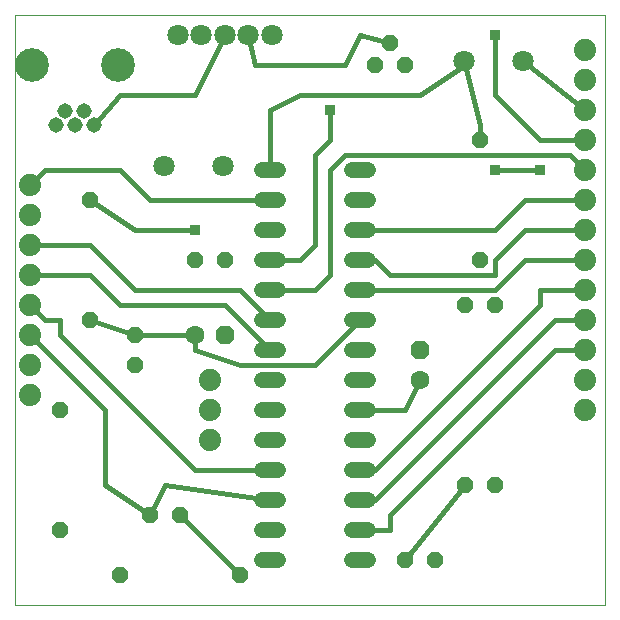
<source format=gtl>
G75*
%MOIN*%
%OFA0B0*%
%FSLAX25Y25*%
%IPPOS*%
%LPD*%
%AMOC8*
5,1,8,0,0,1.08239X$1,22.5*
%
%ADD10C,0.00000*%
%ADD11OC8,0.05200*%
%ADD12C,0.06300*%
%ADD13OC8,0.06300*%
%ADD14C,0.05200*%
%ADD15C,0.05150*%
%ADD16C,0.11220*%
%ADD17C,0.07400*%
%ADD18C,0.07087*%
%ADD19C,0.01600*%
%ADD20R,0.03562X0.03562*%
D10*
X0001800Y0001800D02*
X0001800Y0198650D01*
X0198650Y0198650D01*
X0198650Y0001800D01*
X0001800Y0001800D01*
D11*
X0016800Y0026800D03*
X0036800Y0011800D03*
X0046800Y0031800D03*
X0056800Y0031800D03*
X0076800Y0011800D03*
X0131800Y0016800D03*
X0141800Y0016800D03*
X0151800Y0041800D03*
X0161800Y0041800D03*
X0161800Y0101800D03*
X0151800Y0101800D03*
X0156800Y0116800D03*
X0156800Y0156800D03*
X0131800Y0181800D03*
X0126800Y0189300D03*
X0121800Y0181800D03*
X0071800Y0116800D03*
X0061800Y0116800D03*
X0041800Y0091800D03*
X0041800Y0081800D03*
X0026800Y0096800D03*
X0016800Y0066800D03*
X0026800Y0136800D03*
D12*
X0061800Y0091800D03*
X0136800Y0076800D03*
D13*
X0136800Y0086800D03*
X0071800Y0091800D03*
D14*
X0084200Y0086800D02*
X0089400Y0086800D01*
X0089400Y0076800D02*
X0084200Y0076800D01*
X0084200Y0066800D02*
X0089400Y0066800D01*
X0089400Y0056800D02*
X0084200Y0056800D01*
X0084200Y0046800D02*
X0089400Y0046800D01*
X0089400Y0036800D02*
X0084200Y0036800D01*
X0084200Y0026800D02*
X0089400Y0026800D01*
X0089400Y0016800D02*
X0084200Y0016800D01*
X0114200Y0016800D02*
X0119400Y0016800D01*
X0119400Y0026800D02*
X0114200Y0026800D01*
X0114200Y0036800D02*
X0119400Y0036800D01*
X0119400Y0046800D02*
X0114200Y0046800D01*
X0114200Y0056800D02*
X0119400Y0056800D01*
X0119400Y0066800D02*
X0114200Y0066800D01*
X0114200Y0076800D02*
X0119400Y0076800D01*
X0119400Y0086800D02*
X0114200Y0086800D01*
X0114200Y0096800D02*
X0119400Y0096800D01*
X0119400Y0106800D02*
X0114200Y0106800D01*
X0114200Y0116800D02*
X0119400Y0116800D01*
X0119400Y0126800D02*
X0114200Y0126800D01*
X0114200Y0136800D02*
X0119400Y0136800D01*
X0119400Y0146800D02*
X0114200Y0146800D01*
X0089400Y0146800D02*
X0084200Y0146800D01*
X0084200Y0136800D02*
X0089400Y0136800D01*
X0089400Y0126800D02*
X0084200Y0126800D01*
X0084200Y0116800D02*
X0089400Y0116800D01*
X0089400Y0106800D02*
X0084200Y0106800D01*
X0084200Y0096800D02*
X0089400Y0096800D01*
D15*
X0028099Y0161721D03*
X0024950Y0166446D03*
X0021800Y0161721D03*
X0018650Y0166446D03*
X0015501Y0161721D03*
D16*
X0007430Y0181800D03*
X0036170Y0181800D03*
D17*
X0006800Y0141800D03*
X0006800Y0131800D03*
X0006800Y0121800D03*
X0006800Y0111800D03*
X0006800Y0101800D03*
X0006800Y0091800D03*
X0006800Y0081800D03*
X0006800Y0071800D03*
X0066800Y0066800D03*
X0066800Y0076800D03*
X0066800Y0056800D03*
X0191800Y0066800D03*
X0191800Y0076800D03*
X0191800Y0086800D03*
X0191800Y0096800D03*
X0191800Y0106800D03*
X0191800Y0116800D03*
X0191800Y0126800D03*
X0191800Y0136800D03*
X0191800Y0146800D03*
X0191800Y0156800D03*
X0191800Y0166800D03*
X0191800Y0176800D03*
X0191800Y0186800D03*
D18*
X0171111Y0183237D03*
X0151426Y0183237D03*
X0087548Y0191800D03*
X0079674Y0191800D03*
X0071800Y0191800D03*
X0063926Y0191800D03*
X0056052Y0191800D03*
X0051426Y0148237D03*
X0071111Y0148237D03*
D19*
X0086800Y0146800D02*
X0086800Y0166800D01*
X0096800Y0171800D01*
X0136800Y0171800D01*
X0151800Y0181800D01*
X0151426Y0183237D01*
X0156800Y0161800D01*
X0156800Y0156800D01*
X0161800Y0146800D02*
X0176800Y0146800D01*
X0171800Y0136800D02*
X0191800Y0136800D01*
X0191800Y0126800D02*
X0171800Y0126800D01*
X0161800Y0116800D01*
X0161800Y0111800D01*
X0126800Y0111800D01*
X0121800Y0116800D01*
X0116800Y0116800D01*
X0116800Y0106800D02*
X0161800Y0106800D01*
X0171800Y0116800D01*
X0191800Y0116800D01*
X0191800Y0106800D02*
X0176800Y0106800D01*
X0176800Y0101800D01*
X0121800Y0046800D01*
X0116800Y0046800D01*
X0116800Y0036800D02*
X0121800Y0036800D01*
X0181800Y0096800D01*
X0191800Y0096800D01*
X0191800Y0086800D02*
X0181800Y0086800D01*
X0126800Y0031800D01*
X0126800Y0026800D01*
X0116800Y0026800D01*
X0131800Y0016800D02*
X0151800Y0041800D01*
X0131800Y0066800D02*
X0136800Y0076800D01*
X0131800Y0066800D02*
X0116800Y0066800D01*
X0101800Y0081800D02*
X0116800Y0096800D01*
X0106800Y0111800D02*
X0106800Y0146800D01*
X0111800Y0151800D01*
X0186800Y0151800D01*
X0191800Y0146800D01*
X0191800Y0156800D02*
X0176800Y0156800D01*
X0161800Y0171800D01*
X0161800Y0191800D01*
X0171111Y0183237D02*
X0191800Y0166800D01*
X0171800Y0136800D02*
X0161800Y0126800D01*
X0116800Y0126800D01*
X0101800Y0121800D02*
X0101800Y0151800D01*
X0106800Y0156800D01*
X0106800Y0166800D01*
X0111800Y0181800D02*
X0116800Y0191800D01*
X0126800Y0189300D01*
X0111800Y0181800D02*
X0081800Y0181800D01*
X0079674Y0191800D01*
X0071800Y0191800D02*
X0061800Y0171800D01*
X0036800Y0171800D01*
X0028099Y0161721D01*
X0036800Y0146800D02*
X0011800Y0146800D01*
X0006800Y0141800D01*
X0006800Y0121800D02*
X0026800Y0121800D01*
X0041800Y0106800D01*
X0076800Y0106800D01*
X0086800Y0096800D01*
X0086800Y0106800D02*
X0101800Y0106800D01*
X0106800Y0111800D01*
X0096800Y0116800D02*
X0101800Y0121800D01*
X0096800Y0116800D02*
X0086800Y0116800D01*
X0071800Y0101800D02*
X0036800Y0101800D01*
X0026800Y0111800D01*
X0006800Y0111800D01*
X0006800Y0101800D02*
X0011800Y0096800D01*
X0016800Y0096800D01*
X0016800Y0091800D01*
X0061800Y0046800D01*
X0086800Y0046800D01*
X0086800Y0036800D02*
X0051800Y0041800D01*
X0046800Y0031800D01*
X0031800Y0041800D01*
X0031800Y0066800D01*
X0006800Y0091800D01*
X0026800Y0096800D02*
X0041800Y0091800D01*
X0061800Y0091800D01*
X0061800Y0086800D01*
X0076800Y0081800D01*
X0101800Y0081800D01*
X0086800Y0086800D02*
X0071800Y0101800D01*
X0061800Y0126800D02*
X0041800Y0126800D01*
X0026800Y0136800D01*
X0036800Y0146800D02*
X0046800Y0136800D01*
X0086800Y0136800D01*
X0056800Y0031800D02*
X0076800Y0011800D01*
D20*
X0061800Y0126800D03*
X0106800Y0166800D03*
X0161800Y0146800D03*
X0176800Y0146800D03*
X0161800Y0191800D03*
M02*

</source>
